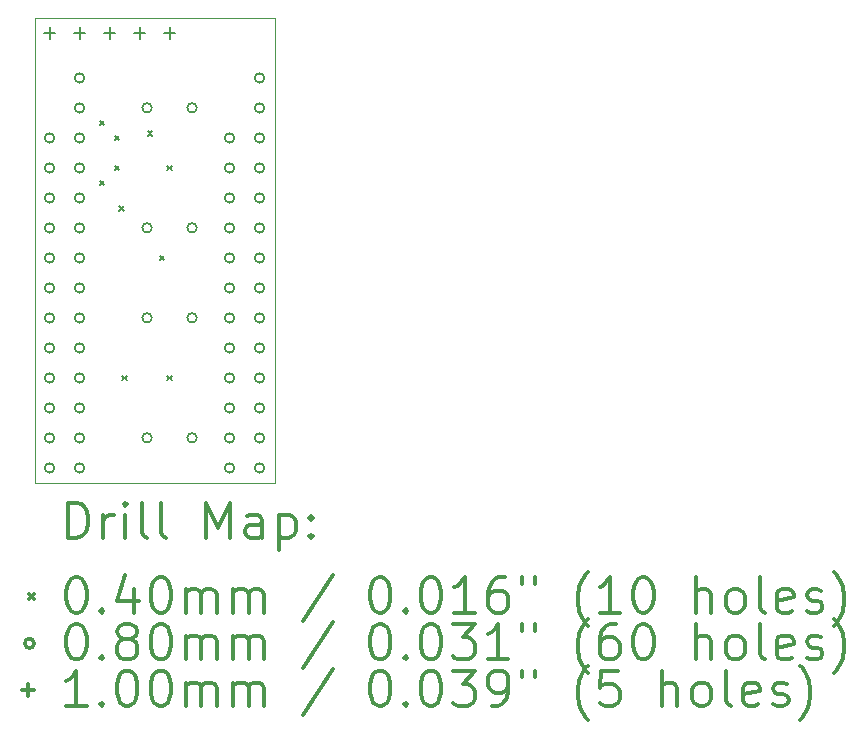
<source format=gbr>
%FSLAX45Y45*%
G04 Gerber Fmt 4.5, Leading zero omitted, Abs format (unit mm)*
G04 Created by KiCad (PCBNEW (5.1.2)-1) date 2020-02-06 22:00:10*
%MOMM*%
%LPD*%
G04 APERTURE LIST*
%ADD10C,0.050000*%
%ADD11C,0.200000*%
%ADD12C,0.300000*%
G04 APERTURE END LIST*
D10*
X17399000Y-6858000D02*
X17348200Y-6858000D01*
X17399000Y-10795000D02*
X17399000Y-6858000D01*
X15367000Y-10795000D02*
X17399000Y-10795000D01*
X15367000Y-6858000D02*
X15367000Y-10795000D01*
X15367000Y-6858000D02*
X17348200Y-6858000D01*
D11*
X15918500Y-7727000D02*
X15958500Y-7767000D01*
X15958500Y-7727000D02*
X15918500Y-7767000D01*
X15918500Y-8235000D02*
X15958500Y-8275000D01*
X15958500Y-8235000D02*
X15918500Y-8275000D01*
X16045500Y-7854000D02*
X16085500Y-7894000D01*
X16085500Y-7854000D02*
X16045500Y-7894000D01*
X16045500Y-8108000D02*
X16085500Y-8148000D01*
X16085500Y-8108000D02*
X16045500Y-8148000D01*
X16085500Y-8449000D02*
X16125500Y-8489000D01*
X16125500Y-8449000D02*
X16085500Y-8489000D01*
X16109000Y-9886000D02*
X16149000Y-9926000D01*
X16149000Y-9886000D02*
X16109000Y-9926000D01*
X16324900Y-7815900D02*
X16364900Y-7855900D01*
X16364900Y-7815900D02*
X16324900Y-7855900D01*
X16426500Y-8870000D02*
X16466500Y-8910000D01*
X16466500Y-8870000D02*
X16426500Y-8910000D01*
X16490000Y-8108000D02*
X16530000Y-8148000D01*
X16530000Y-8108000D02*
X16490000Y-8148000D01*
X16490000Y-9886000D02*
X16530000Y-9926000D01*
X16530000Y-9886000D02*
X16490000Y-9926000D01*
X16740500Y-9398000D02*
G75*
G03X16740500Y-9398000I-40000J0D01*
G01*
X16740500Y-10414000D02*
G75*
G03X16740500Y-10414000I-40000J0D01*
G01*
X16359500Y-9398000D02*
G75*
G03X16359500Y-9398000I-40000J0D01*
G01*
X16359500Y-10414000D02*
G75*
G03X16359500Y-10414000I-40000J0D01*
G01*
X16740500Y-7620000D02*
G75*
G03X16740500Y-7620000I-40000J0D01*
G01*
X16740500Y-8636000D02*
G75*
G03X16740500Y-8636000I-40000J0D01*
G01*
X15788000Y-7366000D02*
G75*
G03X15788000Y-7366000I-40000J0D01*
G01*
X15788000Y-7620000D02*
G75*
G03X15788000Y-7620000I-40000J0D01*
G01*
X15788000Y-7874000D02*
G75*
G03X15788000Y-7874000I-40000J0D01*
G01*
X15788000Y-8128000D02*
G75*
G03X15788000Y-8128000I-40000J0D01*
G01*
X15788000Y-8382000D02*
G75*
G03X15788000Y-8382000I-40000J0D01*
G01*
X15788000Y-8636000D02*
G75*
G03X15788000Y-8636000I-40000J0D01*
G01*
X15788000Y-8890000D02*
G75*
G03X15788000Y-8890000I-40000J0D01*
G01*
X15788000Y-9144000D02*
G75*
G03X15788000Y-9144000I-40000J0D01*
G01*
X15788000Y-9398000D02*
G75*
G03X15788000Y-9398000I-40000J0D01*
G01*
X15788000Y-9652000D02*
G75*
G03X15788000Y-9652000I-40000J0D01*
G01*
X15788000Y-9906000D02*
G75*
G03X15788000Y-9906000I-40000J0D01*
G01*
X15788000Y-10160000D02*
G75*
G03X15788000Y-10160000I-40000J0D01*
G01*
X15788000Y-10414000D02*
G75*
G03X15788000Y-10414000I-40000J0D01*
G01*
X15788000Y-10668000D02*
G75*
G03X15788000Y-10668000I-40000J0D01*
G01*
X17312000Y-7366000D02*
G75*
G03X17312000Y-7366000I-40000J0D01*
G01*
X17312000Y-7620000D02*
G75*
G03X17312000Y-7620000I-40000J0D01*
G01*
X17312000Y-7874000D02*
G75*
G03X17312000Y-7874000I-40000J0D01*
G01*
X17312000Y-8128000D02*
G75*
G03X17312000Y-8128000I-40000J0D01*
G01*
X17312000Y-8382000D02*
G75*
G03X17312000Y-8382000I-40000J0D01*
G01*
X17312000Y-8636000D02*
G75*
G03X17312000Y-8636000I-40000J0D01*
G01*
X17312000Y-8890000D02*
G75*
G03X17312000Y-8890000I-40000J0D01*
G01*
X17312000Y-9144000D02*
G75*
G03X17312000Y-9144000I-40000J0D01*
G01*
X17312000Y-9398000D02*
G75*
G03X17312000Y-9398000I-40000J0D01*
G01*
X17312000Y-9652000D02*
G75*
G03X17312000Y-9652000I-40000J0D01*
G01*
X17312000Y-9906000D02*
G75*
G03X17312000Y-9906000I-40000J0D01*
G01*
X17312000Y-10160000D02*
G75*
G03X17312000Y-10160000I-40000J0D01*
G01*
X17312000Y-10414000D02*
G75*
G03X17312000Y-10414000I-40000J0D01*
G01*
X17312000Y-10668000D02*
G75*
G03X17312000Y-10668000I-40000J0D01*
G01*
X16359500Y-7620000D02*
G75*
G03X16359500Y-7620000I-40000J0D01*
G01*
X16359500Y-8636000D02*
G75*
G03X16359500Y-8636000I-40000J0D01*
G01*
X15534000Y-7874000D02*
G75*
G03X15534000Y-7874000I-40000J0D01*
G01*
X15534000Y-8128000D02*
G75*
G03X15534000Y-8128000I-40000J0D01*
G01*
X15534000Y-8382000D02*
G75*
G03X15534000Y-8382000I-40000J0D01*
G01*
X15534000Y-8636000D02*
G75*
G03X15534000Y-8636000I-40000J0D01*
G01*
X15534000Y-8890000D02*
G75*
G03X15534000Y-8890000I-40000J0D01*
G01*
X15534000Y-9144000D02*
G75*
G03X15534000Y-9144000I-40000J0D01*
G01*
X15534000Y-9398000D02*
G75*
G03X15534000Y-9398000I-40000J0D01*
G01*
X15534000Y-9652000D02*
G75*
G03X15534000Y-9652000I-40000J0D01*
G01*
X15534000Y-9906000D02*
G75*
G03X15534000Y-9906000I-40000J0D01*
G01*
X15534000Y-10160000D02*
G75*
G03X15534000Y-10160000I-40000J0D01*
G01*
X15534000Y-10414000D02*
G75*
G03X15534000Y-10414000I-40000J0D01*
G01*
X15534000Y-10668000D02*
G75*
G03X15534000Y-10668000I-40000J0D01*
G01*
X17058000Y-7874000D02*
G75*
G03X17058000Y-7874000I-40000J0D01*
G01*
X17058000Y-8128000D02*
G75*
G03X17058000Y-8128000I-40000J0D01*
G01*
X17058000Y-8382000D02*
G75*
G03X17058000Y-8382000I-40000J0D01*
G01*
X17058000Y-8636000D02*
G75*
G03X17058000Y-8636000I-40000J0D01*
G01*
X17058000Y-8890000D02*
G75*
G03X17058000Y-8890000I-40000J0D01*
G01*
X17058000Y-9144000D02*
G75*
G03X17058000Y-9144000I-40000J0D01*
G01*
X17058000Y-9398000D02*
G75*
G03X17058000Y-9398000I-40000J0D01*
G01*
X17058000Y-9652000D02*
G75*
G03X17058000Y-9652000I-40000J0D01*
G01*
X17058000Y-9906000D02*
G75*
G03X17058000Y-9906000I-40000J0D01*
G01*
X17058000Y-10160000D02*
G75*
G03X17058000Y-10160000I-40000J0D01*
G01*
X17058000Y-10414000D02*
G75*
G03X17058000Y-10414000I-40000J0D01*
G01*
X17058000Y-10668000D02*
G75*
G03X17058000Y-10668000I-40000J0D01*
G01*
X15494000Y-6935000D02*
X15494000Y-7035000D01*
X15444000Y-6985000D02*
X15544000Y-6985000D01*
X15748000Y-6935000D02*
X15748000Y-7035000D01*
X15698000Y-6985000D02*
X15798000Y-6985000D01*
X16002000Y-6935000D02*
X16002000Y-7035000D01*
X15952000Y-6985000D02*
X16052000Y-6985000D01*
X16256000Y-6935000D02*
X16256000Y-7035000D01*
X16206000Y-6985000D02*
X16306000Y-6985000D01*
X16510000Y-6935000D02*
X16510000Y-7035000D01*
X16460000Y-6985000D02*
X16560000Y-6985000D01*
D12*
X15650928Y-11263214D02*
X15650928Y-10963214D01*
X15722357Y-10963214D01*
X15765214Y-10977500D01*
X15793786Y-11006072D01*
X15808071Y-11034643D01*
X15822357Y-11091786D01*
X15822357Y-11134643D01*
X15808071Y-11191786D01*
X15793786Y-11220357D01*
X15765214Y-11248929D01*
X15722357Y-11263214D01*
X15650928Y-11263214D01*
X15950928Y-11263214D02*
X15950928Y-11063214D01*
X15950928Y-11120357D02*
X15965214Y-11091786D01*
X15979500Y-11077500D01*
X16008071Y-11063214D01*
X16036643Y-11063214D01*
X16136643Y-11263214D02*
X16136643Y-11063214D01*
X16136643Y-10963214D02*
X16122357Y-10977500D01*
X16136643Y-10991786D01*
X16150928Y-10977500D01*
X16136643Y-10963214D01*
X16136643Y-10991786D01*
X16322357Y-11263214D02*
X16293786Y-11248929D01*
X16279500Y-11220357D01*
X16279500Y-10963214D01*
X16479500Y-11263214D02*
X16450928Y-11248929D01*
X16436643Y-11220357D01*
X16436643Y-10963214D01*
X16822357Y-11263214D02*
X16822357Y-10963214D01*
X16922357Y-11177500D01*
X17022357Y-10963214D01*
X17022357Y-11263214D01*
X17293786Y-11263214D02*
X17293786Y-11106072D01*
X17279500Y-11077500D01*
X17250928Y-11063214D01*
X17193786Y-11063214D01*
X17165214Y-11077500D01*
X17293786Y-11248929D02*
X17265214Y-11263214D01*
X17193786Y-11263214D01*
X17165214Y-11248929D01*
X17150928Y-11220357D01*
X17150928Y-11191786D01*
X17165214Y-11163214D01*
X17193786Y-11148929D01*
X17265214Y-11148929D01*
X17293786Y-11134643D01*
X17436643Y-11063214D02*
X17436643Y-11363214D01*
X17436643Y-11077500D02*
X17465214Y-11063214D01*
X17522357Y-11063214D01*
X17550928Y-11077500D01*
X17565214Y-11091786D01*
X17579500Y-11120357D01*
X17579500Y-11206071D01*
X17565214Y-11234643D01*
X17550928Y-11248929D01*
X17522357Y-11263214D01*
X17465214Y-11263214D01*
X17436643Y-11248929D01*
X17708071Y-11234643D02*
X17722357Y-11248929D01*
X17708071Y-11263214D01*
X17693786Y-11248929D01*
X17708071Y-11234643D01*
X17708071Y-11263214D01*
X17708071Y-11077500D02*
X17722357Y-11091786D01*
X17708071Y-11106072D01*
X17693786Y-11091786D01*
X17708071Y-11077500D01*
X17708071Y-11106072D01*
X15324500Y-11737500D02*
X15364500Y-11777500D01*
X15364500Y-11737500D02*
X15324500Y-11777500D01*
X15708071Y-11593214D02*
X15736643Y-11593214D01*
X15765214Y-11607500D01*
X15779500Y-11621786D01*
X15793786Y-11650357D01*
X15808071Y-11707500D01*
X15808071Y-11778929D01*
X15793786Y-11836071D01*
X15779500Y-11864643D01*
X15765214Y-11878929D01*
X15736643Y-11893214D01*
X15708071Y-11893214D01*
X15679500Y-11878929D01*
X15665214Y-11864643D01*
X15650928Y-11836071D01*
X15636643Y-11778929D01*
X15636643Y-11707500D01*
X15650928Y-11650357D01*
X15665214Y-11621786D01*
X15679500Y-11607500D01*
X15708071Y-11593214D01*
X15936643Y-11864643D02*
X15950928Y-11878929D01*
X15936643Y-11893214D01*
X15922357Y-11878929D01*
X15936643Y-11864643D01*
X15936643Y-11893214D01*
X16208071Y-11693214D02*
X16208071Y-11893214D01*
X16136643Y-11578929D02*
X16065214Y-11793214D01*
X16250928Y-11793214D01*
X16422357Y-11593214D02*
X16450928Y-11593214D01*
X16479500Y-11607500D01*
X16493786Y-11621786D01*
X16508071Y-11650357D01*
X16522357Y-11707500D01*
X16522357Y-11778929D01*
X16508071Y-11836071D01*
X16493786Y-11864643D01*
X16479500Y-11878929D01*
X16450928Y-11893214D01*
X16422357Y-11893214D01*
X16393786Y-11878929D01*
X16379500Y-11864643D01*
X16365214Y-11836071D01*
X16350928Y-11778929D01*
X16350928Y-11707500D01*
X16365214Y-11650357D01*
X16379500Y-11621786D01*
X16393786Y-11607500D01*
X16422357Y-11593214D01*
X16650928Y-11893214D02*
X16650928Y-11693214D01*
X16650928Y-11721786D02*
X16665214Y-11707500D01*
X16693786Y-11693214D01*
X16736643Y-11693214D01*
X16765214Y-11707500D01*
X16779500Y-11736071D01*
X16779500Y-11893214D01*
X16779500Y-11736071D02*
X16793786Y-11707500D01*
X16822357Y-11693214D01*
X16865214Y-11693214D01*
X16893786Y-11707500D01*
X16908071Y-11736071D01*
X16908071Y-11893214D01*
X17050928Y-11893214D02*
X17050928Y-11693214D01*
X17050928Y-11721786D02*
X17065214Y-11707500D01*
X17093786Y-11693214D01*
X17136643Y-11693214D01*
X17165214Y-11707500D01*
X17179500Y-11736071D01*
X17179500Y-11893214D01*
X17179500Y-11736071D02*
X17193786Y-11707500D01*
X17222357Y-11693214D01*
X17265214Y-11693214D01*
X17293786Y-11707500D01*
X17308071Y-11736071D01*
X17308071Y-11893214D01*
X17893786Y-11578929D02*
X17636643Y-11964643D01*
X18279500Y-11593214D02*
X18308071Y-11593214D01*
X18336643Y-11607500D01*
X18350928Y-11621786D01*
X18365214Y-11650357D01*
X18379500Y-11707500D01*
X18379500Y-11778929D01*
X18365214Y-11836071D01*
X18350928Y-11864643D01*
X18336643Y-11878929D01*
X18308071Y-11893214D01*
X18279500Y-11893214D01*
X18250928Y-11878929D01*
X18236643Y-11864643D01*
X18222357Y-11836071D01*
X18208071Y-11778929D01*
X18208071Y-11707500D01*
X18222357Y-11650357D01*
X18236643Y-11621786D01*
X18250928Y-11607500D01*
X18279500Y-11593214D01*
X18508071Y-11864643D02*
X18522357Y-11878929D01*
X18508071Y-11893214D01*
X18493786Y-11878929D01*
X18508071Y-11864643D01*
X18508071Y-11893214D01*
X18708071Y-11593214D02*
X18736643Y-11593214D01*
X18765214Y-11607500D01*
X18779500Y-11621786D01*
X18793786Y-11650357D01*
X18808071Y-11707500D01*
X18808071Y-11778929D01*
X18793786Y-11836071D01*
X18779500Y-11864643D01*
X18765214Y-11878929D01*
X18736643Y-11893214D01*
X18708071Y-11893214D01*
X18679500Y-11878929D01*
X18665214Y-11864643D01*
X18650928Y-11836071D01*
X18636643Y-11778929D01*
X18636643Y-11707500D01*
X18650928Y-11650357D01*
X18665214Y-11621786D01*
X18679500Y-11607500D01*
X18708071Y-11593214D01*
X19093786Y-11893214D02*
X18922357Y-11893214D01*
X19008071Y-11893214D02*
X19008071Y-11593214D01*
X18979500Y-11636071D01*
X18950928Y-11664643D01*
X18922357Y-11678929D01*
X19350928Y-11593214D02*
X19293786Y-11593214D01*
X19265214Y-11607500D01*
X19250928Y-11621786D01*
X19222357Y-11664643D01*
X19208071Y-11721786D01*
X19208071Y-11836071D01*
X19222357Y-11864643D01*
X19236643Y-11878929D01*
X19265214Y-11893214D01*
X19322357Y-11893214D01*
X19350928Y-11878929D01*
X19365214Y-11864643D01*
X19379500Y-11836071D01*
X19379500Y-11764643D01*
X19365214Y-11736071D01*
X19350928Y-11721786D01*
X19322357Y-11707500D01*
X19265214Y-11707500D01*
X19236643Y-11721786D01*
X19222357Y-11736071D01*
X19208071Y-11764643D01*
X19493786Y-11593214D02*
X19493786Y-11650357D01*
X19608071Y-11593214D02*
X19608071Y-11650357D01*
X20050928Y-12007500D02*
X20036643Y-11993214D01*
X20008071Y-11950357D01*
X19993786Y-11921786D01*
X19979500Y-11878929D01*
X19965214Y-11807500D01*
X19965214Y-11750357D01*
X19979500Y-11678929D01*
X19993786Y-11636071D01*
X20008071Y-11607500D01*
X20036643Y-11564643D01*
X20050928Y-11550357D01*
X20322357Y-11893214D02*
X20150928Y-11893214D01*
X20236643Y-11893214D02*
X20236643Y-11593214D01*
X20208071Y-11636071D01*
X20179500Y-11664643D01*
X20150928Y-11678929D01*
X20508071Y-11593214D02*
X20536643Y-11593214D01*
X20565214Y-11607500D01*
X20579500Y-11621786D01*
X20593786Y-11650357D01*
X20608071Y-11707500D01*
X20608071Y-11778929D01*
X20593786Y-11836071D01*
X20579500Y-11864643D01*
X20565214Y-11878929D01*
X20536643Y-11893214D01*
X20508071Y-11893214D01*
X20479500Y-11878929D01*
X20465214Y-11864643D01*
X20450928Y-11836071D01*
X20436643Y-11778929D01*
X20436643Y-11707500D01*
X20450928Y-11650357D01*
X20465214Y-11621786D01*
X20479500Y-11607500D01*
X20508071Y-11593214D01*
X20965214Y-11893214D02*
X20965214Y-11593214D01*
X21093786Y-11893214D02*
X21093786Y-11736071D01*
X21079500Y-11707500D01*
X21050928Y-11693214D01*
X21008071Y-11693214D01*
X20979500Y-11707500D01*
X20965214Y-11721786D01*
X21279500Y-11893214D02*
X21250928Y-11878929D01*
X21236643Y-11864643D01*
X21222357Y-11836071D01*
X21222357Y-11750357D01*
X21236643Y-11721786D01*
X21250928Y-11707500D01*
X21279500Y-11693214D01*
X21322357Y-11693214D01*
X21350928Y-11707500D01*
X21365214Y-11721786D01*
X21379500Y-11750357D01*
X21379500Y-11836071D01*
X21365214Y-11864643D01*
X21350928Y-11878929D01*
X21322357Y-11893214D01*
X21279500Y-11893214D01*
X21550928Y-11893214D02*
X21522357Y-11878929D01*
X21508071Y-11850357D01*
X21508071Y-11593214D01*
X21779500Y-11878929D02*
X21750928Y-11893214D01*
X21693786Y-11893214D01*
X21665214Y-11878929D01*
X21650928Y-11850357D01*
X21650928Y-11736071D01*
X21665214Y-11707500D01*
X21693786Y-11693214D01*
X21750928Y-11693214D01*
X21779500Y-11707500D01*
X21793786Y-11736071D01*
X21793786Y-11764643D01*
X21650928Y-11793214D01*
X21908071Y-11878929D02*
X21936643Y-11893214D01*
X21993786Y-11893214D01*
X22022357Y-11878929D01*
X22036643Y-11850357D01*
X22036643Y-11836071D01*
X22022357Y-11807500D01*
X21993786Y-11793214D01*
X21950928Y-11793214D01*
X21922357Y-11778929D01*
X21908071Y-11750357D01*
X21908071Y-11736071D01*
X21922357Y-11707500D01*
X21950928Y-11693214D01*
X21993786Y-11693214D01*
X22022357Y-11707500D01*
X22136643Y-12007500D02*
X22150928Y-11993214D01*
X22179500Y-11950357D01*
X22193786Y-11921786D01*
X22208071Y-11878929D01*
X22222357Y-11807500D01*
X22222357Y-11750357D01*
X22208071Y-11678929D01*
X22193786Y-11636071D01*
X22179500Y-11607500D01*
X22150928Y-11564643D01*
X22136643Y-11550357D01*
X15364500Y-12153500D02*
G75*
G03X15364500Y-12153500I-40000J0D01*
G01*
X15708071Y-11989214D02*
X15736643Y-11989214D01*
X15765214Y-12003500D01*
X15779500Y-12017786D01*
X15793786Y-12046357D01*
X15808071Y-12103500D01*
X15808071Y-12174929D01*
X15793786Y-12232071D01*
X15779500Y-12260643D01*
X15765214Y-12274929D01*
X15736643Y-12289214D01*
X15708071Y-12289214D01*
X15679500Y-12274929D01*
X15665214Y-12260643D01*
X15650928Y-12232071D01*
X15636643Y-12174929D01*
X15636643Y-12103500D01*
X15650928Y-12046357D01*
X15665214Y-12017786D01*
X15679500Y-12003500D01*
X15708071Y-11989214D01*
X15936643Y-12260643D02*
X15950928Y-12274929D01*
X15936643Y-12289214D01*
X15922357Y-12274929D01*
X15936643Y-12260643D01*
X15936643Y-12289214D01*
X16122357Y-12117786D02*
X16093786Y-12103500D01*
X16079500Y-12089214D01*
X16065214Y-12060643D01*
X16065214Y-12046357D01*
X16079500Y-12017786D01*
X16093786Y-12003500D01*
X16122357Y-11989214D01*
X16179500Y-11989214D01*
X16208071Y-12003500D01*
X16222357Y-12017786D01*
X16236643Y-12046357D01*
X16236643Y-12060643D01*
X16222357Y-12089214D01*
X16208071Y-12103500D01*
X16179500Y-12117786D01*
X16122357Y-12117786D01*
X16093786Y-12132071D01*
X16079500Y-12146357D01*
X16065214Y-12174929D01*
X16065214Y-12232071D01*
X16079500Y-12260643D01*
X16093786Y-12274929D01*
X16122357Y-12289214D01*
X16179500Y-12289214D01*
X16208071Y-12274929D01*
X16222357Y-12260643D01*
X16236643Y-12232071D01*
X16236643Y-12174929D01*
X16222357Y-12146357D01*
X16208071Y-12132071D01*
X16179500Y-12117786D01*
X16422357Y-11989214D02*
X16450928Y-11989214D01*
X16479500Y-12003500D01*
X16493786Y-12017786D01*
X16508071Y-12046357D01*
X16522357Y-12103500D01*
X16522357Y-12174929D01*
X16508071Y-12232071D01*
X16493786Y-12260643D01*
X16479500Y-12274929D01*
X16450928Y-12289214D01*
X16422357Y-12289214D01*
X16393786Y-12274929D01*
X16379500Y-12260643D01*
X16365214Y-12232071D01*
X16350928Y-12174929D01*
X16350928Y-12103500D01*
X16365214Y-12046357D01*
X16379500Y-12017786D01*
X16393786Y-12003500D01*
X16422357Y-11989214D01*
X16650928Y-12289214D02*
X16650928Y-12089214D01*
X16650928Y-12117786D02*
X16665214Y-12103500D01*
X16693786Y-12089214D01*
X16736643Y-12089214D01*
X16765214Y-12103500D01*
X16779500Y-12132071D01*
X16779500Y-12289214D01*
X16779500Y-12132071D02*
X16793786Y-12103500D01*
X16822357Y-12089214D01*
X16865214Y-12089214D01*
X16893786Y-12103500D01*
X16908071Y-12132071D01*
X16908071Y-12289214D01*
X17050928Y-12289214D02*
X17050928Y-12089214D01*
X17050928Y-12117786D02*
X17065214Y-12103500D01*
X17093786Y-12089214D01*
X17136643Y-12089214D01*
X17165214Y-12103500D01*
X17179500Y-12132071D01*
X17179500Y-12289214D01*
X17179500Y-12132071D02*
X17193786Y-12103500D01*
X17222357Y-12089214D01*
X17265214Y-12089214D01*
X17293786Y-12103500D01*
X17308071Y-12132071D01*
X17308071Y-12289214D01*
X17893786Y-11974929D02*
X17636643Y-12360643D01*
X18279500Y-11989214D02*
X18308071Y-11989214D01*
X18336643Y-12003500D01*
X18350928Y-12017786D01*
X18365214Y-12046357D01*
X18379500Y-12103500D01*
X18379500Y-12174929D01*
X18365214Y-12232071D01*
X18350928Y-12260643D01*
X18336643Y-12274929D01*
X18308071Y-12289214D01*
X18279500Y-12289214D01*
X18250928Y-12274929D01*
X18236643Y-12260643D01*
X18222357Y-12232071D01*
X18208071Y-12174929D01*
X18208071Y-12103500D01*
X18222357Y-12046357D01*
X18236643Y-12017786D01*
X18250928Y-12003500D01*
X18279500Y-11989214D01*
X18508071Y-12260643D02*
X18522357Y-12274929D01*
X18508071Y-12289214D01*
X18493786Y-12274929D01*
X18508071Y-12260643D01*
X18508071Y-12289214D01*
X18708071Y-11989214D02*
X18736643Y-11989214D01*
X18765214Y-12003500D01*
X18779500Y-12017786D01*
X18793786Y-12046357D01*
X18808071Y-12103500D01*
X18808071Y-12174929D01*
X18793786Y-12232071D01*
X18779500Y-12260643D01*
X18765214Y-12274929D01*
X18736643Y-12289214D01*
X18708071Y-12289214D01*
X18679500Y-12274929D01*
X18665214Y-12260643D01*
X18650928Y-12232071D01*
X18636643Y-12174929D01*
X18636643Y-12103500D01*
X18650928Y-12046357D01*
X18665214Y-12017786D01*
X18679500Y-12003500D01*
X18708071Y-11989214D01*
X18908071Y-11989214D02*
X19093786Y-11989214D01*
X18993786Y-12103500D01*
X19036643Y-12103500D01*
X19065214Y-12117786D01*
X19079500Y-12132071D01*
X19093786Y-12160643D01*
X19093786Y-12232071D01*
X19079500Y-12260643D01*
X19065214Y-12274929D01*
X19036643Y-12289214D01*
X18950928Y-12289214D01*
X18922357Y-12274929D01*
X18908071Y-12260643D01*
X19379500Y-12289214D02*
X19208071Y-12289214D01*
X19293786Y-12289214D02*
X19293786Y-11989214D01*
X19265214Y-12032071D01*
X19236643Y-12060643D01*
X19208071Y-12074929D01*
X19493786Y-11989214D02*
X19493786Y-12046357D01*
X19608071Y-11989214D02*
X19608071Y-12046357D01*
X20050928Y-12403500D02*
X20036643Y-12389214D01*
X20008071Y-12346357D01*
X19993786Y-12317786D01*
X19979500Y-12274929D01*
X19965214Y-12203500D01*
X19965214Y-12146357D01*
X19979500Y-12074929D01*
X19993786Y-12032071D01*
X20008071Y-12003500D01*
X20036643Y-11960643D01*
X20050928Y-11946357D01*
X20293786Y-11989214D02*
X20236643Y-11989214D01*
X20208071Y-12003500D01*
X20193786Y-12017786D01*
X20165214Y-12060643D01*
X20150928Y-12117786D01*
X20150928Y-12232071D01*
X20165214Y-12260643D01*
X20179500Y-12274929D01*
X20208071Y-12289214D01*
X20265214Y-12289214D01*
X20293786Y-12274929D01*
X20308071Y-12260643D01*
X20322357Y-12232071D01*
X20322357Y-12160643D01*
X20308071Y-12132071D01*
X20293786Y-12117786D01*
X20265214Y-12103500D01*
X20208071Y-12103500D01*
X20179500Y-12117786D01*
X20165214Y-12132071D01*
X20150928Y-12160643D01*
X20508071Y-11989214D02*
X20536643Y-11989214D01*
X20565214Y-12003500D01*
X20579500Y-12017786D01*
X20593786Y-12046357D01*
X20608071Y-12103500D01*
X20608071Y-12174929D01*
X20593786Y-12232071D01*
X20579500Y-12260643D01*
X20565214Y-12274929D01*
X20536643Y-12289214D01*
X20508071Y-12289214D01*
X20479500Y-12274929D01*
X20465214Y-12260643D01*
X20450928Y-12232071D01*
X20436643Y-12174929D01*
X20436643Y-12103500D01*
X20450928Y-12046357D01*
X20465214Y-12017786D01*
X20479500Y-12003500D01*
X20508071Y-11989214D01*
X20965214Y-12289214D02*
X20965214Y-11989214D01*
X21093786Y-12289214D02*
X21093786Y-12132071D01*
X21079500Y-12103500D01*
X21050928Y-12089214D01*
X21008071Y-12089214D01*
X20979500Y-12103500D01*
X20965214Y-12117786D01*
X21279500Y-12289214D02*
X21250928Y-12274929D01*
X21236643Y-12260643D01*
X21222357Y-12232071D01*
X21222357Y-12146357D01*
X21236643Y-12117786D01*
X21250928Y-12103500D01*
X21279500Y-12089214D01*
X21322357Y-12089214D01*
X21350928Y-12103500D01*
X21365214Y-12117786D01*
X21379500Y-12146357D01*
X21379500Y-12232071D01*
X21365214Y-12260643D01*
X21350928Y-12274929D01*
X21322357Y-12289214D01*
X21279500Y-12289214D01*
X21550928Y-12289214D02*
X21522357Y-12274929D01*
X21508071Y-12246357D01*
X21508071Y-11989214D01*
X21779500Y-12274929D02*
X21750928Y-12289214D01*
X21693786Y-12289214D01*
X21665214Y-12274929D01*
X21650928Y-12246357D01*
X21650928Y-12132071D01*
X21665214Y-12103500D01*
X21693786Y-12089214D01*
X21750928Y-12089214D01*
X21779500Y-12103500D01*
X21793786Y-12132071D01*
X21793786Y-12160643D01*
X21650928Y-12189214D01*
X21908071Y-12274929D02*
X21936643Y-12289214D01*
X21993786Y-12289214D01*
X22022357Y-12274929D01*
X22036643Y-12246357D01*
X22036643Y-12232071D01*
X22022357Y-12203500D01*
X21993786Y-12189214D01*
X21950928Y-12189214D01*
X21922357Y-12174929D01*
X21908071Y-12146357D01*
X21908071Y-12132071D01*
X21922357Y-12103500D01*
X21950928Y-12089214D01*
X21993786Y-12089214D01*
X22022357Y-12103500D01*
X22136643Y-12403500D02*
X22150928Y-12389214D01*
X22179500Y-12346357D01*
X22193786Y-12317786D01*
X22208071Y-12274929D01*
X22222357Y-12203500D01*
X22222357Y-12146357D01*
X22208071Y-12074929D01*
X22193786Y-12032071D01*
X22179500Y-12003500D01*
X22150928Y-11960643D01*
X22136643Y-11946357D01*
X15314500Y-12499500D02*
X15314500Y-12599500D01*
X15264500Y-12549500D02*
X15364500Y-12549500D01*
X15808071Y-12685214D02*
X15636643Y-12685214D01*
X15722357Y-12685214D02*
X15722357Y-12385214D01*
X15693786Y-12428071D01*
X15665214Y-12456643D01*
X15636643Y-12470929D01*
X15936643Y-12656643D02*
X15950928Y-12670929D01*
X15936643Y-12685214D01*
X15922357Y-12670929D01*
X15936643Y-12656643D01*
X15936643Y-12685214D01*
X16136643Y-12385214D02*
X16165214Y-12385214D01*
X16193786Y-12399500D01*
X16208071Y-12413786D01*
X16222357Y-12442357D01*
X16236643Y-12499500D01*
X16236643Y-12570929D01*
X16222357Y-12628071D01*
X16208071Y-12656643D01*
X16193786Y-12670929D01*
X16165214Y-12685214D01*
X16136643Y-12685214D01*
X16108071Y-12670929D01*
X16093786Y-12656643D01*
X16079500Y-12628071D01*
X16065214Y-12570929D01*
X16065214Y-12499500D01*
X16079500Y-12442357D01*
X16093786Y-12413786D01*
X16108071Y-12399500D01*
X16136643Y-12385214D01*
X16422357Y-12385214D02*
X16450928Y-12385214D01*
X16479500Y-12399500D01*
X16493786Y-12413786D01*
X16508071Y-12442357D01*
X16522357Y-12499500D01*
X16522357Y-12570929D01*
X16508071Y-12628071D01*
X16493786Y-12656643D01*
X16479500Y-12670929D01*
X16450928Y-12685214D01*
X16422357Y-12685214D01*
X16393786Y-12670929D01*
X16379500Y-12656643D01*
X16365214Y-12628071D01*
X16350928Y-12570929D01*
X16350928Y-12499500D01*
X16365214Y-12442357D01*
X16379500Y-12413786D01*
X16393786Y-12399500D01*
X16422357Y-12385214D01*
X16650928Y-12685214D02*
X16650928Y-12485214D01*
X16650928Y-12513786D02*
X16665214Y-12499500D01*
X16693786Y-12485214D01*
X16736643Y-12485214D01*
X16765214Y-12499500D01*
X16779500Y-12528071D01*
X16779500Y-12685214D01*
X16779500Y-12528071D02*
X16793786Y-12499500D01*
X16822357Y-12485214D01*
X16865214Y-12485214D01*
X16893786Y-12499500D01*
X16908071Y-12528071D01*
X16908071Y-12685214D01*
X17050928Y-12685214D02*
X17050928Y-12485214D01*
X17050928Y-12513786D02*
X17065214Y-12499500D01*
X17093786Y-12485214D01*
X17136643Y-12485214D01*
X17165214Y-12499500D01*
X17179500Y-12528071D01*
X17179500Y-12685214D01*
X17179500Y-12528071D02*
X17193786Y-12499500D01*
X17222357Y-12485214D01*
X17265214Y-12485214D01*
X17293786Y-12499500D01*
X17308071Y-12528071D01*
X17308071Y-12685214D01*
X17893786Y-12370929D02*
X17636643Y-12756643D01*
X18279500Y-12385214D02*
X18308071Y-12385214D01*
X18336643Y-12399500D01*
X18350928Y-12413786D01*
X18365214Y-12442357D01*
X18379500Y-12499500D01*
X18379500Y-12570929D01*
X18365214Y-12628071D01*
X18350928Y-12656643D01*
X18336643Y-12670929D01*
X18308071Y-12685214D01*
X18279500Y-12685214D01*
X18250928Y-12670929D01*
X18236643Y-12656643D01*
X18222357Y-12628071D01*
X18208071Y-12570929D01*
X18208071Y-12499500D01*
X18222357Y-12442357D01*
X18236643Y-12413786D01*
X18250928Y-12399500D01*
X18279500Y-12385214D01*
X18508071Y-12656643D02*
X18522357Y-12670929D01*
X18508071Y-12685214D01*
X18493786Y-12670929D01*
X18508071Y-12656643D01*
X18508071Y-12685214D01*
X18708071Y-12385214D02*
X18736643Y-12385214D01*
X18765214Y-12399500D01*
X18779500Y-12413786D01*
X18793786Y-12442357D01*
X18808071Y-12499500D01*
X18808071Y-12570929D01*
X18793786Y-12628071D01*
X18779500Y-12656643D01*
X18765214Y-12670929D01*
X18736643Y-12685214D01*
X18708071Y-12685214D01*
X18679500Y-12670929D01*
X18665214Y-12656643D01*
X18650928Y-12628071D01*
X18636643Y-12570929D01*
X18636643Y-12499500D01*
X18650928Y-12442357D01*
X18665214Y-12413786D01*
X18679500Y-12399500D01*
X18708071Y-12385214D01*
X18908071Y-12385214D02*
X19093786Y-12385214D01*
X18993786Y-12499500D01*
X19036643Y-12499500D01*
X19065214Y-12513786D01*
X19079500Y-12528071D01*
X19093786Y-12556643D01*
X19093786Y-12628071D01*
X19079500Y-12656643D01*
X19065214Y-12670929D01*
X19036643Y-12685214D01*
X18950928Y-12685214D01*
X18922357Y-12670929D01*
X18908071Y-12656643D01*
X19236643Y-12685214D02*
X19293786Y-12685214D01*
X19322357Y-12670929D01*
X19336643Y-12656643D01*
X19365214Y-12613786D01*
X19379500Y-12556643D01*
X19379500Y-12442357D01*
X19365214Y-12413786D01*
X19350928Y-12399500D01*
X19322357Y-12385214D01*
X19265214Y-12385214D01*
X19236643Y-12399500D01*
X19222357Y-12413786D01*
X19208071Y-12442357D01*
X19208071Y-12513786D01*
X19222357Y-12542357D01*
X19236643Y-12556643D01*
X19265214Y-12570929D01*
X19322357Y-12570929D01*
X19350928Y-12556643D01*
X19365214Y-12542357D01*
X19379500Y-12513786D01*
X19493786Y-12385214D02*
X19493786Y-12442357D01*
X19608071Y-12385214D02*
X19608071Y-12442357D01*
X20050928Y-12799500D02*
X20036643Y-12785214D01*
X20008071Y-12742357D01*
X19993786Y-12713786D01*
X19979500Y-12670929D01*
X19965214Y-12599500D01*
X19965214Y-12542357D01*
X19979500Y-12470929D01*
X19993786Y-12428071D01*
X20008071Y-12399500D01*
X20036643Y-12356643D01*
X20050928Y-12342357D01*
X20308071Y-12385214D02*
X20165214Y-12385214D01*
X20150928Y-12528071D01*
X20165214Y-12513786D01*
X20193786Y-12499500D01*
X20265214Y-12499500D01*
X20293786Y-12513786D01*
X20308071Y-12528071D01*
X20322357Y-12556643D01*
X20322357Y-12628071D01*
X20308071Y-12656643D01*
X20293786Y-12670929D01*
X20265214Y-12685214D01*
X20193786Y-12685214D01*
X20165214Y-12670929D01*
X20150928Y-12656643D01*
X20679500Y-12685214D02*
X20679500Y-12385214D01*
X20808071Y-12685214D02*
X20808071Y-12528071D01*
X20793786Y-12499500D01*
X20765214Y-12485214D01*
X20722357Y-12485214D01*
X20693786Y-12499500D01*
X20679500Y-12513786D01*
X20993786Y-12685214D02*
X20965214Y-12670929D01*
X20950928Y-12656643D01*
X20936643Y-12628071D01*
X20936643Y-12542357D01*
X20950928Y-12513786D01*
X20965214Y-12499500D01*
X20993786Y-12485214D01*
X21036643Y-12485214D01*
X21065214Y-12499500D01*
X21079500Y-12513786D01*
X21093786Y-12542357D01*
X21093786Y-12628071D01*
X21079500Y-12656643D01*
X21065214Y-12670929D01*
X21036643Y-12685214D01*
X20993786Y-12685214D01*
X21265214Y-12685214D02*
X21236643Y-12670929D01*
X21222357Y-12642357D01*
X21222357Y-12385214D01*
X21493786Y-12670929D02*
X21465214Y-12685214D01*
X21408071Y-12685214D01*
X21379500Y-12670929D01*
X21365214Y-12642357D01*
X21365214Y-12528071D01*
X21379500Y-12499500D01*
X21408071Y-12485214D01*
X21465214Y-12485214D01*
X21493786Y-12499500D01*
X21508071Y-12528071D01*
X21508071Y-12556643D01*
X21365214Y-12585214D01*
X21622357Y-12670929D02*
X21650928Y-12685214D01*
X21708071Y-12685214D01*
X21736643Y-12670929D01*
X21750928Y-12642357D01*
X21750928Y-12628071D01*
X21736643Y-12599500D01*
X21708071Y-12585214D01*
X21665214Y-12585214D01*
X21636643Y-12570929D01*
X21622357Y-12542357D01*
X21622357Y-12528071D01*
X21636643Y-12499500D01*
X21665214Y-12485214D01*
X21708071Y-12485214D01*
X21736643Y-12499500D01*
X21850928Y-12799500D02*
X21865214Y-12785214D01*
X21893786Y-12742357D01*
X21908071Y-12713786D01*
X21922357Y-12670929D01*
X21936643Y-12599500D01*
X21936643Y-12542357D01*
X21922357Y-12470929D01*
X21908071Y-12428071D01*
X21893786Y-12399500D01*
X21865214Y-12356643D01*
X21850928Y-12342357D01*
M02*

</source>
